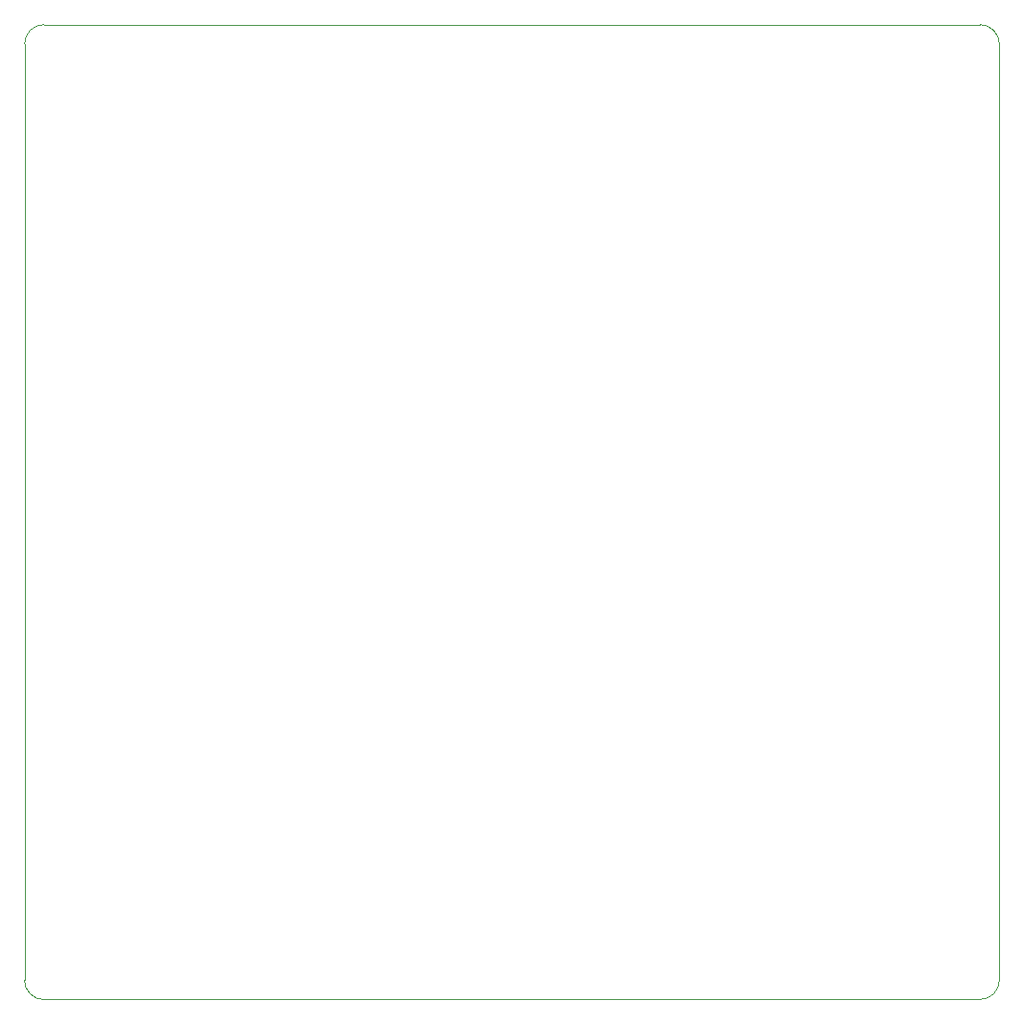
<source format=gbr>
G04*
G04 #@! TF.GenerationSoftware,Altium Limited,Altium Designer,24.1.2 (44)*
G04*
G04 Layer_Color=0*
%FSLAX44Y44*%
%MOMM*%
G71*
G04*
G04 #@! TF.SameCoordinates,178800DE-C825-426D-9C7D-1BE6540C9A12*
G04*
G04*
G04 #@! TF.FilePolarity,Positive*
G04*
G01*
G75*
%ADD184C,0.0254*%
D184*
X12003Y-5003D02*
G02*
X-4997Y11997I0J17000D01*
G01*
X-4997Y837997D01*
D02*
G02*
X11965Y854997I17000J0D01*
G01*
X12019Y854997D01*
X837987Y854997D01*
X838041Y854997D01*
D02*
G02*
X855003Y838034I-38J-17000D01*
G01*
X855003Y837981D01*
Y11997D01*
D02*
G02*
X838003Y-5003I-17000J0D01*
G01*
X12003D01*
M02*

</source>
